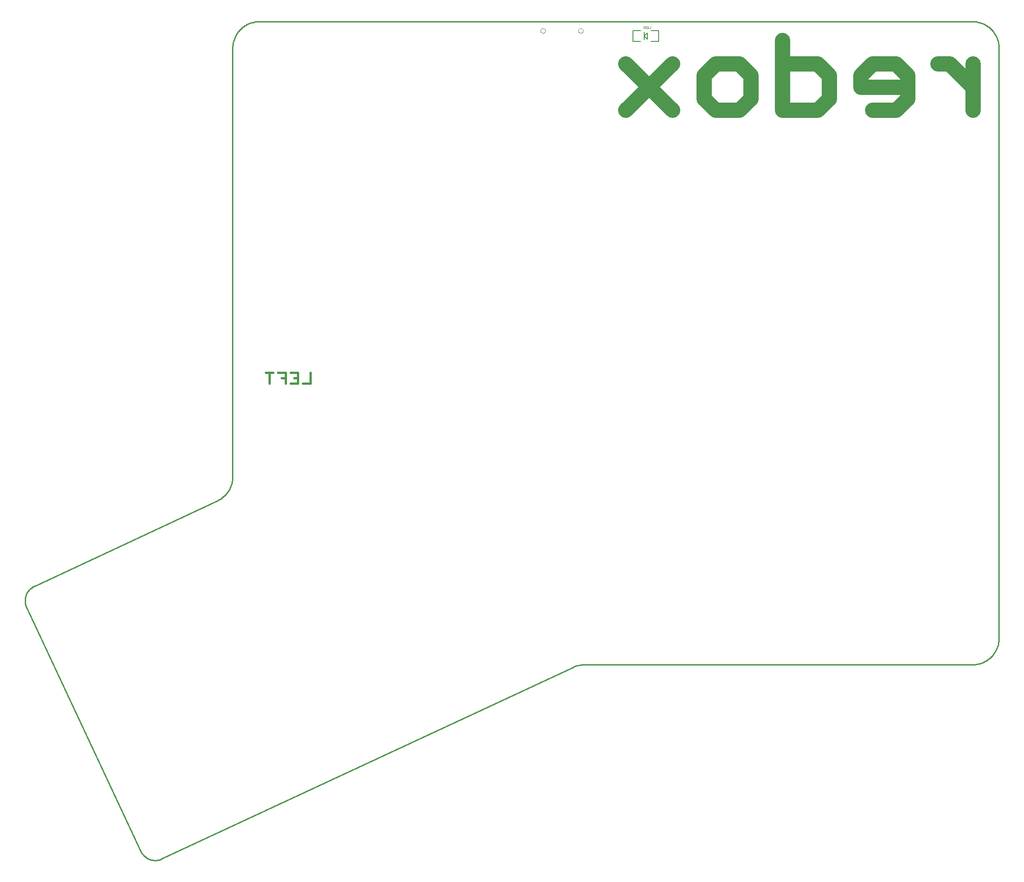
<source format=gbo>
G75*
G70*
%OFA0B0*%
%FSLAX24Y24*%
%IPPOS*%
%LPD*%
%AMOC8*
5,1,8,0,0,1.08239X$1,22.5*
%
%ADD10C,0.0100*%
%ADD11C,0.0180*%
%ADD12C,0.1130*%
%ADD13C,0.0000*%
%ADD14C,0.0010*%
%ADD15C,0.0080*%
D10*
X011301Y002388D02*
X002853Y020446D01*
X002827Y020506D01*
X002804Y020569D01*
X002785Y020632D01*
X002769Y020696D01*
X002757Y020761D01*
X002748Y020827D01*
X002743Y020893D01*
X002742Y020959D01*
X002745Y021026D01*
X002751Y021092D01*
X002761Y021157D01*
X002775Y021222D01*
X002792Y021286D01*
X002813Y021349D01*
X002837Y021410D01*
X002865Y021470D01*
X002896Y021529D01*
X002930Y021586D01*
X002968Y021640D01*
X003008Y021693D01*
X003051Y021743D01*
X003098Y021791D01*
X003146Y021836D01*
X003197Y021878D01*
X003251Y021917D01*
X003306Y021953D01*
X003364Y021986D01*
X003423Y022016D01*
X003422Y022016D02*
X016965Y028348D01*
X016966Y028347D02*
X017049Y028389D01*
X017130Y028434D01*
X017209Y028483D01*
X017286Y028536D01*
X017360Y028592D01*
X017431Y028652D01*
X017500Y028715D01*
X017565Y028781D01*
X017627Y028850D01*
X017686Y028922D01*
X017741Y028997D01*
X017793Y029074D01*
X017841Y029153D01*
X017885Y029235D01*
X017926Y029319D01*
X017962Y029405D01*
X017994Y029492D01*
X018022Y029580D01*
X018046Y029670D01*
X018066Y029761D01*
X018081Y029853D01*
X018092Y029945D01*
X018099Y030038D01*
X018101Y030131D01*
X018100Y030131D02*
X018100Y061870D01*
X018102Y061964D01*
X018109Y062057D01*
X018120Y062150D01*
X018136Y062243D01*
X018156Y062334D01*
X018180Y062425D01*
X018208Y062514D01*
X018241Y062602D01*
X018278Y062688D01*
X018319Y062772D01*
X018364Y062855D01*
X018413Y062935D01*
X018465Y063012D01*
X018521Y063087D01*
X018581Y063159D01*
X018644Y063229D01*
X018710Y063295D01*
X018780Y063358D01*
X018852Y063418D01*
X018927Y063474D01*
X019004Y063526D01*
X019084Y063575D01*
X019167Y063620D01*
X019251Y063661D01*
X019337Y063698D01*
X019425Y063731D01*
X019514Y063759D01*
X019605Y063783D01*
X019696Y063803D01*
X019789Y063819D01*
X019882Y063830D01*
X019975Y063837D01*
X020069Y063839D01*
X072825Y063839D01*
X072919Y063837D01*
X073012Y063830D01*
X073105Y063819D01*
X073198Y063803D01*
X073289Y063783D01*
X073380Y063759D01*
X073469Y063731D01*
X073557Y063698D01*
X073643Y063661D01*
X073727Y063620D01*
X073809Y063575D01*
X073890Y063526D01*
X073967Y063474D01*
X074042Y063418D01*
X074114Y063358D01*
X074184Y063295D01*
X074250Y063229D01*
X074313Y063159D01*
X074373Y063087D01*
X074429Y063012D01*
X074481Y062935D01*
X074530Y062854D01*
X074575Y062772D01*
X074616Y062688D01*
X074653Y062602D01*
X074686Y062514D01*
X074714Y062425D01*
X074738Y062334D01*
X074758Y062243D01*
X074774Y062150D01*
X074785Y062057D01*
X074792Y061964D01*
X074794Y061870D01*
X074793Y061870D02*
X074793Y018169D01*
X074794Y018169D02*
X074792Y018075D01*
X074785Y017982D01*
X074774Y017889D01*
X074758Y017796D01*
X074738Y017705D01*
X074714Y017614D01*
X074686Y017525D01*
X074653Y017437D01*
X074616Y017351D01*
X074575Y017267D01*
X074530Y017185D01*
X074481Y017104D01*
X074429Y017027D01*
X074373Y016952D01*
X074313Y016880D01*
X074250Y016810D01*
X074184Y016744D01*
X074114Y016681D01*
X074042Y016621D01*
X073967Y016565D01*
X073890Y016513D01*
X073810Y016464D01*
X073727Y016419D01*
X073643Y016378D01*
X073557Y016341D01*
X073469Y016308D01*
X073380Y016280D01*
X073289Y016256D01*
X073198Y016236D01*
X073105Y016220D01*
X073012Y016209D01*
X072919Y016202D01*
X072825Y016200D01*
X072825Y016201D02*
X044127Y016201D01*
X043295Y016016D02*
X012870Y001818D01*
X012807Y001791D01*
X012743Y001767D01*
X012677Y001747D01*
X012610Y001731D01*
X012543Y001720D01*
X012475Y001712D01*
X012406Y001708D01*
X012337Y001707D01*
X012269Y001711D01*
X012201Y001719D01*
X012133Y001731D01*
X012066Y001747D01*
X012000Y001767D01*
X011936Y001790D01*
X011873Y001817D01*
X011811Y001848D01*
X011752Y001882D01*
X011695Y001920D01*
X011639Y001961D01*
X011587Y002005D01*
X011537Y002052D01*
X011490Y002102D01*
X011445Y002154D01*
X011404Y002209D01*
X011367Y002267D01*
X011332Y002326D01*
X011301Y002387D01*
X043294Y016016D02*
X043382Y016055D01*
X043471Y016089D01*
X043562Y016118D01*
X043654Y016143D01*
X043747Y016164D01*
X043841Y016180D01*
X043936Y016192D01*
X044031Y016199D01*
X044127Y016201D01*
D11*
X023851Y037027D02*
X023304Y037027D01*
X022930Y037027D02*
X022383Y037027D01*
X022009Y037027D02*
X022009Y037848D01*
X021462Y037848D01*
X021088Y037848D02*
X020541Y037848D01*
X020815Y037848D02*
X020815Y037027D01*
X021736Y037437D02*
X022009Y037437D01*
X022383Y037848D02*
X022930Y037848D01*
X022930Y037027D01*
X022930Y037437D02*
X022656Y037437D01*
X023851Y037848D02*
X023851Y037027D01*
D12*
X047193Y057252D02*
X050642Y060701D01*
X052993Y059839D02*
X053855Y060701D01*
X055580Y060701D01*
X056442Y059839D01*
X056442Y058114D01*
X055580Y057252D01*
X053855Y057252D01*
X052993Y058114D01*
X052993Y059839D01*
X050642Y057252D02*
X047193Y060701D01*
X058793Y060701D02*
X061380Y060701D01*
X062242Y059839D01*
X062242Y058114D01*
X061380Y057252D01*
X058793Y057252D01*
X058793Y062426D01*
X064593Y059839D02*
X064593Y058977D01*
X068042Y058977D01*
X068042Y059839D02*
X067180Y060701D01*
X065455Y060701D01*
X064593Y059839D01*
X065455Y057252D02*
X067180Y057252D01*
X068042Y058114D01*
X068042Y059839D01*
X070289Y060701D02*
X071151Y060701D01*
X072876Y058977D01*
X072876Y060701D02*
X072876Y057252D01*
D13*
X043679Y063160D02*
X043681Y063186D01*
X043687Y063212D01*
X043697Y063237D01*
X043710Y063260D01*
X043726Y063280D01*
X043746Y063298D01*
X043768Y063313D01*
X043791Y063325D01*
X043817Y063333D01*
X043843Y063337D01*
X043869Y063337D01*
X043895Y063333D01*
X043921Y063325D01*
X043945Y063313D01*
X043966Y063298D01*
X043986Y063280D01*
X044002Y063260D01*
X044015Y063237D01*
X044025Y063212D01*
X044031Y063186D01*
X044033Y063160D01*
X044031Y063134D01*
X044025Y063108D01*
X044015Y063083D01*
X044002Y063060D01*
X043986Y063040D01*
X043966Y063022D01*
X043944Y063007D01*
X043921Y062995D01*
X043895Y062987D01*
X043869Y062983D01*
X043843Y062983D01*
X043817Y062987D01*
X043791Y062995D01*
X043767Y063007D01*
X043746Y063022D01*
X043726Y063040D01*
X043710Y063060D01*
X043697Y063083D01*
X043687Y063108D01*
X043681Y063134D01*
X043679Y063160D01*
X040884Y063160D02*
X040886Y063186D01*
X040892Y063212D01*
X040902Y063237D01*
X040915Y063260D01*
X040931Y063280D01*
X040951Y063298D01*
X040973Y063313D01*
X040996Y063325D01*
X041022Y063333D01*
X041048Y063337D01*
X041074Y063337D01*
X041100Y063333D01*
X041126Y063325D01*
X041150Y063313D01*
X041171Y063298D01*
X041191Y063280D01*
X041207Y063260D01*
X041220Y063237D01*
X041230Y063212D01*
X041236Y063186D01*
X041238Y063160D01*
X041236Y063134D01*
X041230Y063108D01*
X041220Y063083D01*
X041207Y063060D01*
X041191Y063040D01*
X041171Y063022D01*
X041149Y063007D01*
X041126Y062995D01*
X041100Y062987D01*
X041074Y062983D01*
X041048Y062983D01*
X041022Y062987D01*
X040996Y062995D01*
X040972Y063007D01*
X040951Y063022D01*
X040931Y063040D01*
X040915Y063060D01*
X040902Y063083D01*
X040892Y063108D01*
X040886Y063134D01*
X040884Y063160D01*
D14*
X048476Y063331D02*
X048576Y063331D01*
X048476Y063431D01*
X048476Y063456D01*
X048501Y063481D01*
X048551Y063481D01*
X048576Y063456D01*
X048623Y063456D02*
X048648Y063481D01*
X048723Y063481D01*
X048723Y063331D01*
X048648Y063331D01*
X048623Y063356D01*
X048623Y063456D01*
X048771Y063481D02*
X048871Y063481D01*
X048871Y063331D01*
X048771Y063331D01*
X048821Y063406D02*
X048871Y063406D01*
X048918Y063331D02*
X049018Y063331D01*
X049018Y063481D01*
D15*
X049067Y063169D02*
X049618Y063169D01*
X049618Y062382D01*
X049067Y062382D01*
X048791Y062540D02*
X048791Y063012D01*
X048555Y062776D01*
X048791Y062540D01*
X048555Y062500D02*
X048555Y062776D01*
X048555Y063051D01*
X048279Y063169D02*
X047728Y063169D01*
X047728Y062382D01*
X048279Y062382D01*
M02*

</source>
